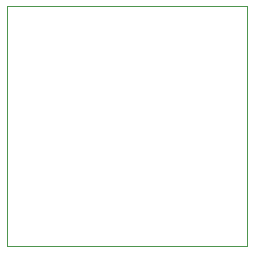
<source format=gbr>
%TF.GenerationSoftware,KiCad,Pcbnew,7.0.2-0*%
%TF.CreationDate,2023-05-31T14:29:31-07:00*%
%TF.ProjectId,SolaraCell,536f6c61-7261-4436-956c-6c2e6b696361,rev?*%
%TF.SameCoordinates,Original*%
%TF.FileFunction,Profile,NP*%
%FSLAX46Y46*%
G04 Gerber Fmt 4.6, Leading zero omitted, Abs format (unit mm)*
G04 Created by KiCad (PCBNEW 7.0.2-0) date 2023-05-31 14:29:31*
%MOMM*%
%LPD*%
G01*
G04 APERTURE LIST*
%TA.AperFunction,Profile*%
%ADD10C,0.100000*%
%TD*%
G04 APERTURE END LIST*
D10*
X119380000Y-59690000D02*
X139700000Y-59690000D01*
X119380000Y-59690000D02*
X119380000Y-80010000D01*
X139700000Y-59690000D02*
X139700000Y-80010000D01*
X119380000Y-80010000D02*
X139700000Y-80010000D01*
M02*

</source>
